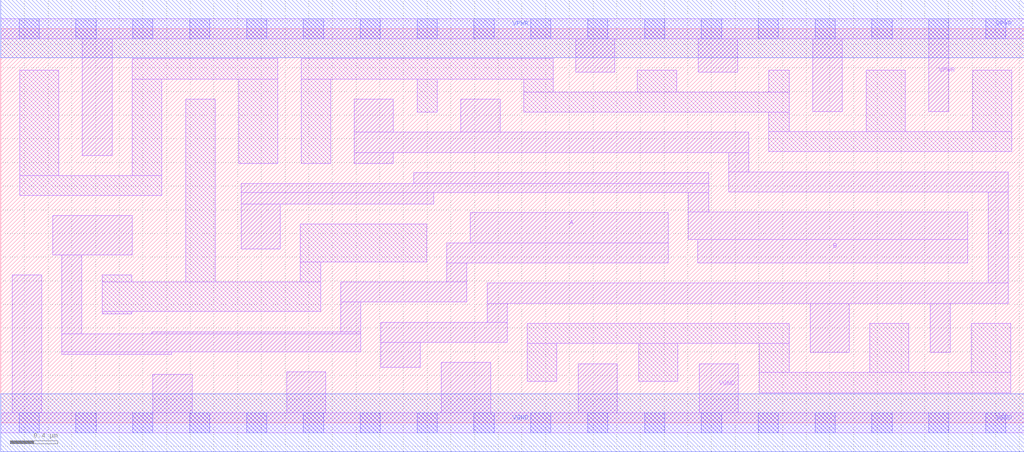
<source format=lef>
# Copyright 2020 The SkyWater PDK Authors
#
# Licensed under the Apache License, Version 2.0 (the "License");
# you may not use this file except in compliance with the License.
# You may obtain a copy of the License at
#
#     https://www.apache.org/licenses/LICENSE-2.0
#
# Unless required by applicable law or agreed to in writing, software
# distributed under the License is distributed on an "AS IS" BASIS,
# WITHOUT WARRANTIES OR CONDITIONS OF ANY KIND, either express or implied.
# See the License for the specific language governing permissions and
# limitations under the License.
#
# SPDX-License-Identifier: Apache-2.0

VERSION 5.7 ;
  NAMESCASESENSITIVE ON ;
  NOWIREEXTENSIONATPIN ON ;
  DIVIDERCHAR "/" ;
  BUSBITCHARS "[]" ;
UNITS
  DATABASE MICRONS 200 ;
END UNITS
MACRO sky130_fd_sc_ms__xor2_4
  CLASS CORE ;
  SOURCE USER ;
  FOREIGN sky130_fd_sc_ms__xor2_4 ;
  ORIGIN  0.000000  0.000000 ;
  SIZE  8.640000 BY  3.330000 ;
  SYMMETRY X Y ;
  SITE unit ;
  PIN A
    ANTENNAGATEAREA  1.832400 ;
    DIRECTION INPUT ;
    USE SIGNAL ;
    PORT
      LAYER li1 ;
        RECT 0.440000 1.420000 1.110000 1.750000 ;
        RECT 0.515000 0.580000 1.445000 0.600000 ;
        RECT 0.515000 0.600000 3.040000 0.750000 ;
        RECT 0.515000 0.750000 0.685000 1.420000 ;
        RECT 1.275000 0.750000 3.040000 0.770000 ;
        RECT 2.870000 0.770000 3.040000 1.020000 ;
        RECT 2.870000 1.020000 3.935000 1.190000 ;
        RECT 3.765000 1.190000 3.935000 1.350000 ;
        RECT 3.765000 1.350000 5.635000 1.520000 ;
        RECT 3.965000 1.520000 5.635000 1.775000 ;
    END
  END A
  PIN B
    ANTENNAGATEAREA  1.832400 ;
    DIRECTION INPUT ;
    USE SIGNAL ;
    PORT
      LAYER li1 ;
        RECT 2.030000 1.470000 2.360000 1.850000 ;
        RECT 2.030000 1.850000 3.655000 1.945000 ;
        RECT 2.030000 1.945000 5.975000 2.020000 ;
        RECT 3.485000 2.020000 5.975000 2.115000 ;
        RECT 5.805000 1.550000 8.165000 1.780000 ;
        RECT 5.805000 1.780000 5.975000 1.945000 ;
        RECT 5.885000 1.350000 8.165000 1.550000 ;
    END
  END B
  PIN X
    ANTENNADIFFAREA  1.437300 ;
    DIRECTION OUTPUT ;
    USE SIGNAL ;
    PORT
      LAYER li1 ;
        RECT 2.985000 2.190000 3.315000 2.285000 ;
        RECT 2.985000 2.285000 6.315000 2.455000 ;
        RECT 2.985000 2.455000 3.315000 2.735000 ;
        RECT 3.210000 0.470000 3.540000 0.680000 ;
        RECT 3.210000 0.680000 4.275000 0.850000 ;
        RECT 3.885000 2.455000 4.215000 2.735000 ;
        RECT 4.105000 0.850000 4.275000 1.010000 ;
        RECT 4.105000 1.010000 8.505000 1.180000 ;
        RECT 6.145000 1.950000 8.505000 2.120000 ;
        RECT 6.145000 2.120000 6.315000 2.285000 ;
        RECT 6.835000 0.595000 7.165000 1.010000 ;
        RECT 7.845000 0.595000 8.015000 1.010000 ;
        RECT 8.335000 1.180000 8.505000 1.950000 ;
    END
  END X
  PIN VGND
    DIRECTION INOUT ;
    USE GROUND ;
    PORT
      LAYER li1 ;
        RECT 0.000000 -0.085000 8.640000 0.085000 ;
        RECT 0.095000  0.085000 0.345000 1.250000 ;
        RECT 1.285000  0.085000 1.615000 0.410000 ;
        RECT 2.415000  0.085000 2.745000 0.430000 ;
        RECT 3.720000  0.085000 4.135000 0.510000 ;
        RECT 4.875000  0.085000 5.205000 0.500000 ;
        RECT 5.895000  0.085000 6.225000 0.500000 ;
      LAYER mcon ;
        RECT 0.155000 -0.085000 0.325000 0.085000 ;
        RECT 0.635000 -0.085000 0.805000 0.085000 ;
        RECT 1.115000 -0.085000 1.285000 0.085000 ;
        RECT 1.595000 -0.085000 1.765000 0.085000 ;
        RECT 2.075000 -0.085000 2.245000 0.085000 ;
        RECT 2.555000 -0.085000 2.725000 0.085000 ;
        RECT 3.035000 -0.085000 3.205000 0.085000 ;
        RECT 3.515000 -0.085000 3.685000 0.085000 ;
        RECT 3.995000 -0.085000 4.165000 0.085000 ;
        RECT 4.475000 -0.085000 4.645000 0.085000 ;
        RECT 4.955000 -0.085000 5.125000 0.085000 ;
        RECT 5.435000 -0.085000 5.605000 0.085000 ;
        RECT 5.915000 -0.085000 6.085000 0.085000 ;
        RECT 6.395000 -0.085000 6.565000 0.085000 ;
        RECT 6.875000 -0.085000 7.045000 0.085000 ;
        RECT 7.355000 -0.085000 7.525000 0.085000 ;
        RECT 7.835000 -0.085000 8.005000 0.085000 ;
        RECT 8.315000 -0.085000 8.485000 0.085000 ;
      LAYER met1 ;
        RECT 0.000000 -0.245000 8.640000 0.245000 ;
    END
  END VGND
  PIN VPWR
    DIRECTION INOUT ;
    USE POWER ;
    PORT
      LAYER li1 ;
        RECT 0.000000 3.245000 8.640000 3.415000 ;
        RECT 0.690000 2.260000 0.940000 3.245000 ;
        RECT 4.855000 2.965000 5.185000 3.245000 ;
        RECT 5.890000 2.965000 6.220000 3.245000 ;
        RECT 6.855000 2.630000 7.105000 3.245000 ;
        RECT 7.835000 2.630000 8.005000 3.245000 ;
      LAYER mcon ;
        RECT 0.155000 3.245000 0.325000 3.415000 ;
        RECT 0.635000 3.245000 0.805000 3.415000 ;
        RECT 1.115000 3.245000 1.285000 3.415000 ;
        RECT 1.595000 3.245000 1.765000 3.415000 ;
        RECT 2.075000 3.245000 2.245000 3.415000 ;
        RECT 2.555000 3.245000 2.725000 3.415000 ;
        RECT 3.035000 3.245000 3.205000 3.415000 ;
        RECT 3.515000 3.245000 3.685000 3.415000 ;
        RECT 3.995000 3.245000 4.165000 3.415000 ;
        RECT 4.475000 3.245000 4.645000 3.415000 ;
        RECT 4.955000 3.245000 5.125000 3.415000 ;
        RECT 5.435000 3.245000 5.605000 3.415000 ;
        RECT 5.915000 3.245000 6.085000 3.415000 ;
        RECT 6.395000 3.245000 6.565000 3.415000 ;
        RECT 6.875000 3.245000 7.045000 3.415000 ;
        RECT 7.355000 3.245000 7.525000 3.415000 ;
        RECT 7.835000 3.245000 8.005000 3.415000 ;
        RECT 8.315000 3.245000 8.485000 3.415000 ;
      LAYER met1 ;
        RECT 0.000000 3.085000 8.640000 3.575000 ;
    END
  END VPWR
  OBS
    LAYER li1 ;
      RECT 0.160000 1.920000 1.360000 2.090000 ;
      RECT 0.160000 2.090000 0.490000 2.980000 ;
      RECT 0.855000 0.920000 1.105000 0.940000 ;
      RECT 0.855000 0.940000 2.700000 1.190000 ;
      RECT 0.855000 1.190000 1.105000 1.250000 ;
      RECT 1.110000 2.090000 1.360000 2.905000 ;
      RECT 1.110000 2.905000 2.340000 3.075000 ;
      RECT 1.560000 1.190000 1.810000 2.735000 ;
      RECT 2.010000 2.190000 2.340000 2.905000 ;
      RECT 2.530000 1.190000 2.700000 1.360000 ;
      RECT 2.530000 1.360000 3.595000 1.680000 ;
      RECT 2.535000 2.190000 2.785000 2.905000 ;
      RECT 2.535000 2.905000 4.665000 3.075000 ;
      RECT 3.515000 2.625000 3.685000 2.905000 ;
      RECT 4.415000 2.625000 6.655000 2.795000 ;
      RECT 4.415000 2.795000 4.665000 2.905000 ;
      RECT 4.445000 0.350000 4.695000 0.670000 ;
      RECT 4.445000 0.670000 6.655000 0.840000 ;
      RECT 5.375000 2.795000 5.705000 2.980000 ;
      RECT 5.385000 0.350000 5.715000 0.670000 ;
      RECT 6.405000 0.255000 8.525000 0.425000 ;
      RECT 6.405000 0.425000 6.655000 0.670000 ;
      RECT 6.485000 2.290000 8.535000 2.460000 ;
      RECT 6.485000 2.460000 6.655000 2.625000 ;
      RECT 6.485000 2.795000 6.655000 2.980000 ;
      RECT 7.305000 2.460000 7.635000 2.980000 ;
      RECT 7.335000 0.425000 7.665000 0.840000 ;
      RECT 8.195000 0.425000 8.525000 0.840000 ;
      RECT 8.205000 2.460000 8.535000 2.980000 ;
  END
END sky130_fd_sc_ms__xor2_4

</source>
